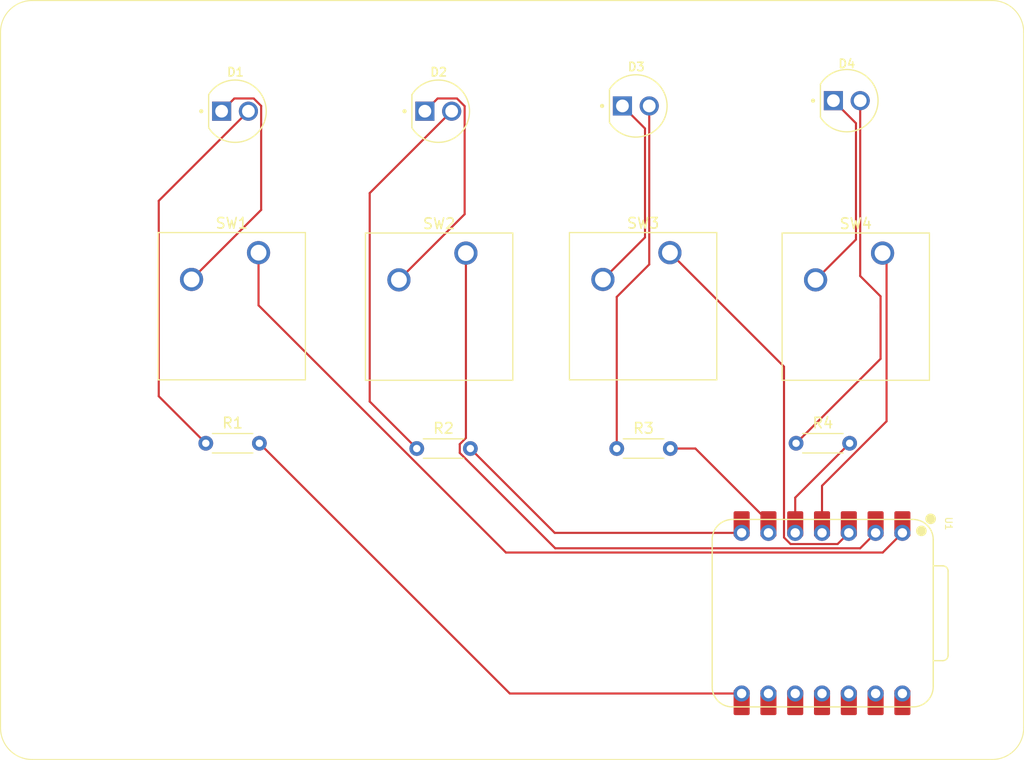
<source format=kicad_pcb>
(kicad_pcb (version 20241229) (generator "pcbnew") (generator_version "9.0")
  (layers (0 "F.Cu" signal) (2 "B.Cu" signal) (13 "F.Paste" user) (15 "B.Paste" user) (5 "F.SilkS" user "F.Silkscreen") (7 "B.SilkS" user "B.Silkscreen") (1 "F.Mask" user) (3 "B.Mask" user) (25 "Edge.Cuts" user))
  (net 0 "")
  (net 1 "GND")
  (net 2 "Net-(D1-PadA)")
  (net 3 "Net-(D2-PadA)")
  (net 4 "Net-(D3-PadA)")
  (net 5 "Net-(D4-PadA)")
  (net 6 "LED4")
  (net 7 "LED3")
  (net 8 "LED2")
  (net 9 "LED1")
  (net 10 "Button1")
  (net 11 "Button2")
  (net 12 "Button3")
  (net 13 "Button4")
  (footprint "Footprints:XIAO-RP2040-DIP" (layer "F.Cu") (at 222.88 106.12 -90)
    (property "Reference" "U1" (at -8.5 -12 270) (layer "F.SilkS") (effects (font (size 0.635 0.635) (thickness 0.1016))))
    (property "Value" "XIAO-RP2040-DIP")
    (fp_line (start -6.985 10.414) (end 6.985 10.414) (stroke (width 0.127)) (layer "F.SilkS"))
    (fp_line (start -8.89 8.509) (end -8.89 -8.636) (stroke (width 0.127)) (layer "F.SilkS"))
    (fp_line (start 8.89 8.509) (end 8.89 -8.636) (stroke (width 0.127)) (layer "F.SilkS"))
    (fp_line (start -4.495 -10.541) (end -4.491272 -11.451272) (stroke (width 0.127)) (layer "F.SilkS"))
    (fp_line (start 6.985 -10.541) (end -6.985 -10.541) (stroke (width 0.1)) (layer "F.SilkS"))
    (fp_line (start 6.985 -10.541) (end -6.985 -10.541) (stroke (width 0.127)) (layer "F.SilkS"))
    (fp_line (start 4.504 -11.451) (end 4.504 -10.541) (stroke (width 0.127)) (layer "F.SilkS"))
    (fp_line (start -3.991272 -11.951) (end 4.004 -11.951) (stroke (width 0.127)) (layer "F.SilkS"))
    (fp_arc (start -6.985 10.414) (mid -8.332038 9.856038) (end -8.89 8.509) (stroke (width 0.127)) (layer "F.SilkS"))
    (fp_arc (start 8.89 8.509) (mid 8.332038 9.856038) (end 6.985 10.414) (stroke (width 0.127)) (layer "F.SilkS"))
    (fp_arc (start -8.89 -8.636) (mid -8.332038 -9.983038) (end -6.985 -10.541) (stroke (width 0.127)) (layer "F.SilkS"))
    (fp_arc (start 6.985 -10.541) (mid 8.332038 -9.983038) (end 8.89 -8.636) (stroke (width 0.127)) (layer "F.SilkS"))
    (fp_arc (start -4.491272 -11.451272) (mid -4.344728 -11.80464) (end -3.991272 -11.951) (stroke (width 0.127)) (layer "F.SilkS"))
    (fp_arc (start 4.004 -11.951) (mid 4.357553 -11.804553) (end 4.504 -11.451) (stroke (width 0.127)) (layer "F.SilkS"))
    (fp_circle (center -7.807 -9.42) (end -7.807 -9.674) (stroke (width 0.5)) (fill yes) (layer "F.SilkS"))
    (fp_circle (center -8.95 -10.3) (end -8.95 -10.554) (stroke (width 0.5)) (fill yes) (layer "F.SilkS"))
    (pad "1" smd roundrect (at -8.455 -7.62 90) (size 2.432 1.524) (layers "F.Cu" "F.Mask") (roundrect_rratio 0.1) (net 10 "Button1"))
    (pad "1" thru_hole circle (at -7.62 -7.62 90) (size 1.524 1.524) (drill 0.889) (layers "*.Cu" "*.Mask") (net 10 "Button1"))
    (pad "2" smd roundrect (at -8.455 -5.08 90) (size 2.432 1.524) (layers "F.Cu" "F.Mask") (roundrect_rratio 0.1) (net 11 "Button2"))
    (pad "2" thru_hole circle (at -7.62 -5.08 90) (size 1.524 1.524) (drill 0.889) (layers "*.Cu" "*.Mask") (net 11 "Button2"))
    (pad "3" smd roundrect (at -8.455 -2.54 90) (size 2.432 1.524) (layers "F.Cu" "F.Mask") (roundrect_rratio 0.1) (net 12 "Button3"))
    (pad "3" thru_hole circle (at -7.62 -2.54 90) (size 1.524 1.524) (drill 0.889) (layers "*.Cu" "*.Mask") (net 12 "Button3"))
    (pad "4" smd roundrect (at -8.455 0 90) (size 2.432 1.524) (layers "F.Cu" "F.Mask") (roundrect_rratio 0.1) (net 13 "Button4"))
    (pad "4" thru_hole circle (at -7.62 0 90) (size 1.524 1.524) (drill 0.889) (layers "*.Cu" "*.Mask") (net 13 "Button4"))
    (pad "5" smd roundrect (at -8.455 2.54 90) (size 2.432 1.524) (layers "F.Cu" "F.Mask") (roundrect_rratio 0.1) (net 9 "LED1"))
    (pad "5" thru_hole circle (at -7.62 2.54 90) (size 1.524 1.524) (drill 0.889) (layers "*.Cu" "*.Mask") (net 9 "LED1"))
    (pad "6" smd roundrect (at -8.455 5.08 90) (size 2.432 1.524) (layers "F.Cu" "F.Mask") (roundrect_rratio 0.1) (net 8 "LED2"))
    (pad "6" thru_hole circle (at -7.62 5.08 90) (size 1.524 1.524) (drill 0.889) (layers "*.Cu" "*.Mask") (net 8 "LED2"))
    (pad "7" smd roundrect (at -8.455 7.62 90) (size 2.432 1.524) (layers "F.Cu" "F.Mask") (roundrect_rratio 0.1) (net 7 "LED3"))
    (pad "7" thru_hole circle (at -7.62 7.62 90) (size 1.524 1.524) (drill 0.889) (layers "*.Cu" "*.Mask") (net 7 "LED3"))
    (pad "8" thru_hole circle (at 7.62 7.62 270) (size 1.524 1.524) (drill 0.889) (layers "*.Cu" "*.Mask") (net 6 "LED4"))
    (pad "8" smd roundrect (at 8.455 7.62 270) (size 2.432 1.524) (layers "F.Cu" "F.Mask") (roundrect_rratio 0.1) (net 6 "LED4"))
    (pad "9" thru_hole circle (at 7.62 5.08 270) (size 1.524 1.524) (drill 0.889) (layers "*.Cu" "*.Mask"))
    (pad "9" smd roundrect (at 8.455 5.08 270) (size 2.432 1.524) (layers "F.Cu" "F.Mask") (roundrect_rratio 0.1))
    (pad "10" thru_hole circle (at 7.62 2.54 270) (size 1.524 1.524) (drill 0.889) (layers "*.Cu" "*.Mask"))
    (pad "10" smd roundrect (at 8.455 2.54 270) (size 2.432 1.524) (layers "F.Cu" "F.Mask") (roundrect_rratio 0.1))
    (pad "11" thru_hole circle (at 7.62 0 270) (size 1.524 1.524) (drill 0.889) (layers "*.Cu" "*.Mask"))
    (pad "11" smd roundrect (at 8.455 0 270) (size 2.432 1.524) (layers "F.Cu" "F.Mask") (roundrect_rratio 0.1))
    (pad "12" thru_hole circle (at 7.62 -2.54 270) (size 1.524 1.524) (drill 0.889) (layers "*.Cu" "*.Mask"))
    (pad "12" smd roundrect (at 8.455 -2.54 270) (size 2.432 1.524) (layers "F.Cu" "F.Mask") (roundrect_rratio 0.1))
    (pad "13" thru_hole circle (at 7.62 -5.08 270) (size 1.524 1.524) (drill 0.889) (layers "*.Cu" "*.Mask") (net 1 "GND"))
    (pad "13" smd roundrect (at 8.455 -5.08 270) (size 2.432 1.524) (layers "F.Cu" "F.Mask") (roundrect_rratio 0.1) (net 1 "GND"))
    (pad "14" thru_hole circle (at 7.62 -7.62 270) (size 1.524 1.524) (drill 0.889) (layers "*.Cu" "*.Mask"))
    (pad "14" smd roundrect (at 8.455 -7.62 270) (size 2.432 1.524) (layers "F.Cu" "F.Mask") (roundrect_rratio 0.1))
  )
  (footprint "Footprints:LEDRD254W57D500H1070" (layer "F.Cu") (at 205.23 58)
    (property "Reference" "D3" (at 0.04 -3.708 0) (layer "F.SilkS") (effects (font (size 0.8 0.8))))
    (property "Value" "L08R5000Q1")
    (fp_line (start -2.5 -1.566) (end -2.5 1.566) (stroke (width 0.127)) (layer "F.SilkS"))
    (fp_arc (start -2.5 -1.566) (mid 2.961291 0) (end -2.5 1.566) (stroke (width 0.127)) (layer "F.SilkS"))
    (fp_circle (center -3.2 0) (end -3.1 0) (stroke (width 0.2)) (fill no) (layer "F.SilkS"))
    (pad "A" thru_hole circle (at 1.27 0) (size 1.815 1.815) (drill 1.21) (layers "*.Cu" "*.Mask") (net 4 "Net-(D3-PadA)"))
    (pad "C" thru_hole rect (at -1.27 0) (size 1.815 1.815) (drill 1.21) (layers "*.Cu" "*.Mask") (net 1 "GND"))
  )
  (footprint "Resistor_THT:R_Axial_DIN0204_L3.6mm_D1.6mm_P5.08mm_Horizontal" (layer "F.Cu") (at 164.46 90)
    (property "Reference" "R1" (at 2.54 -1.92 0) (layer "F.SilkS"))
    (property "Value" "R")
    (fp_line (start 0.62 -0.92) (end 4.46 -0.92) (stroke (width 0.12)) (layer "F.SilkS"))
    (fp_line (start 0.62 0.92) (end 4.46 0.92) (stroke (width 0.12)) (layer "F.SilkS"))
    (pad "1" thru_hole circle (at 0 0) (size 1.4 1.4) (drill 0.7) (layers "*.Cu" "*.Mask") (net 2 "Net-(D1-PadA)"))
    (pad "2" thru_hole circle (at 5.08 0) (size 1.4 1.4) (drill 0.7) (layers "*.Cu" "*.Mask") (net 6 "LED4"))
  )
  (footprint "Button_Switch_Keyboard:SW_Cherry_MX_1.00u_PCB" (layer "F.Cu") (at 169.46 71.92)
    (property "Reference" "SW1" (at -2.54 -2.794 0) (layer "F.SilkS"))
    (property "Value" "SW_Push")
    (fp_line (start -9.525 -1.905) (end 4.445 -1.905) (stroke (width 0.12)) (layer "F.SilkS"))
    (fp_line (start -9.525 12.065) (end -9.525 -1.905) (stroke (width 0.12)) (layer "F.SilkS"))
    (fp_line (start 4.445 -1.905) (end 4.445 12.065) (stroke (width 0.12)) (layer "F.SilkS"))
    (fp_line (start 4.445 12.065) (end -9.525 12.065) (stroke (width 0.12)) (layer "F.SilkS"))
    (pad "" np_thru_hole circle (at -7.62 5.08) (size 1.7 1.7) (drill 1.7) (layers "*.Cu" "*.Mask"))
    (pad "" np_thru_hole circle (at -2.54 5.08) (size 4 4) (drill 4) (layers "*.Cu" "*.Mask"))
    (pad "" np_thru_hole circle (at 2.54 5.08) (size 1.7 1.7) (drill 1.7) (layers "*.Cu" "*.Mask"))
    (pad "1" thru_hole circle (at 0 0) (size 2.2 2.2) (drill 1.5) (layers "*.Cu" "*.Mask") (net 10 "Button1"))
    (pad "2" thru_hole circle (at -6.35 2.54) (size 2.2 2.2) (drill 1.5) (layers "*.Cu" "*.Mask") (net 1 "GND"))
  )
  (footprint "Button_Switch_Keyboard:SW_Cherry_MX_1.00u_PCB" (layer "F.Cu") (at 189.12 71.96)
    (property "Reference" "SW2" (at -2.54 -2.794 0) (layer "F.SilkS"))
    (property "Value" "SW_Push")
    (fp_line (start -9.525 -1.905) (end 4.445 -1.905) (stroke (width 0.12)) (layer "F.SilkS"))
    (fp_line (start -9.525 12.065) (end -9.525 -1.905) (stroke (width 0.12)) (layer "F.SilkS"))
    (fp_line (start 4.445 -1.905) (end 4.445 12.065) (stroke (width 0.12)) (layer "F.SilkS"))
    (fp_line (start 4.445 12.065) (end -9.525 12.065) (stroke (width 0.12)) (layer "F.SilkS"))
    (pad "" np_thru_hole circle (at -7.62 5.08) (size 1.7 1.7) (drill 1.7) (layers "*.Cu" "*.Mask"))
    (pad "" np_thru_hole circle (at -2.54 5.08) (size 4 4) (drill 4) (layers "*.Cu" "*.Mask"))
    (pad "" np_thru_hole circle (at 2.54 5.08) (size 1.7 1.7) (drill 1.7) (layers "*.Cu" "*.Mask"))
    (pad "1" thru_hole circle (at 0 0) (size 2.2 2.2) (drill 1.5) (layers "*.Cu" "*.Mask") (net 11 "Button2"))
    (pad "2" thru_hole circle (at -6.35 2.54) (size 2.2 2.2) (drill 1.5) (layers "*.Cu" "*.Mask") (net 1 "GND"))
  )
  (footprint "Footprints:LEDRD254W57D500H1070" (layer "F.Cu") (at 167.23 58.5)
    (property "Reference" "D1" (at 0.04 -3.708 0) (layer "F.SilkS") (effects (font (size 0.8 0.8))))
    (property "Value" "L08R5000Q1")
    (fp_line (start -2.5 -1.566) (end -2.5 1.566) (stroke (width 0.127)) (layer "F.SilkS"))
    (fp_arc (start -2.5 -1.566) (mid 2.961291 0) (end -2.5 1.566) (stroke (width 0.127)) (layer "F.SilkS"))
    (fp_circle (center -3.2 0) (end -3.1 0) (stroke (width 0.2)) (fill no) (layer "F.SilkS"))
    (pad "A" thru_hole circle (at 1.27 0) (size 1.815 1.815) (drill 1.21) (layers "*.Cu" "*.Mask") (net 2 "Net-(D1-PadA)"))
    (pad "C" thru_hole rect (at -1.27 0) (size 1.815 1.815) (drill 1.21) (layers "*.Cu" "*.Mask") (net 1 "GND"))
  )
  (footprint "Button_Switch_Keyboard:SW_Cherry_MX_1.00u_PCB" (layer "F.Cu") (at 228.62 71.96)
    (property "Reference" "SW4" (at -2.54 -2.794 0) (layer "F.SilkS"))
    (property "Value" "SW_Push")
    (fp_line (start -9.525 -1.905) (end 4.445 -1.905) (stroke (width 0.12)) (layer "F.SilkS"))
    (fp_line (start -9.525 12.065) (end -9.525 -1.905) (stroke (width 0.12)) (layer "F.SilkS"))
    (fp_line (start 4.445 -1.905) (end 4.445 12.065) (stroke (width 0.12)) (layer "F.SilkS"))
    (fp_line (start 4.445 12.065) (end -9.525 12.065) (stroke (width 0.12)) (layer "F.SilkS"))
    (pad "" np_thru_hole circle (at -7.62 5.08) (size 1.7 1.7) (drill 1.7) (layers "*.Cu" "*.Mask"))
    (pad "" np_thru_hole circle (at -2.54 5.08) (size 4 4) (drill 4) (layers "*.Cu" "*.Mask"))
    (pad "" np_thru_hole circle (at 2.54 5.08) (size 1.7 1.7) (drill 1.7) (layers "*.Cu" "*.Mask"))
    (pad "1" thru_hole circle (at 0 0) (size 2.2 2.2) (drill 1.5) (layers "*.Cu" "*.Mask") (net 13 "Button4"))
    (pad "2" thru_hole circle (at -6.35 2.54) (size 2.2 2.2) (drill 1.5) (layers "*.Cu" "*.Mask") (net 1 "GND"))
  )
  (footprint "Button_Switch_Keyboard:SW_Cherry_MX_1.00u_PCB" (layer "F.Cu") (at 208.46 71.92)
    (property "Reference" "SW3" (at -2.54 -2.794 0) (layer "F.SilkS"))
    (property "Value" "SW_Push")
    (fp_line (start -9.525 -1.905) (end 4.445 -1.905) (stroke (width 0.12)) (layer "F.SilkS"))
    (fp_line (start -9.525 12.065) (end -9.525 -1.905) (stroke (width 0.12)) (layer "F.SilkS"))
    (fp_line (start 4.445 -1.905) (end 4.445 12.065) (stroke (width 0.12)) (layer "F.SilkS"))
    (fp_line (start 4.445 12.065) (end -9.525 12.065) (stroke (width 0.12)) (layer "F.SilkS"))
    (pad "" np_thru_hole circle (at -7.62 5.08) (size 1.7 1.7) (drill 1.7) (layers "*.Cu" "*.Mask"))
    (pad "" np_thru_hole circle (at -2.54 5.08) (size 4 4) (drill 4) (layers "*.Cu" "*.Mask"))
    (pad "" np_thru_hole circle (at 2.54 5.08) (size 1.7 1.7) (drill 1.7) (layers "*.Cu" "*.Mask"))
    (pad "1" thru_hole circle (at 0 0) (size 2.2 2.2) (drill 1.5) (layers "*.Cu" "*.Mask") (net 12 "Button3"))
    (pad "2" thru_hole circle (at -6.35 2.54) (size 2.2 2.2) (drill 1.5) (layers "*.Cu" "*.Mask") (net 1 "GND"))
  )
  (footprint "Footprints:LEDRD254W57D500H1070" (layer "F.Cu") (at 225.23 57.5)
    (property "Reference" "D4" (at 0 -3.5 0) (layer "F.SilkS") (effects (font (size 0.8 0.8))))
    (property "Value" "L08R5000Q1")
    (fp_line (start -2.5 -1.566) (end -2.5 1.566) (stroke (width 0.127)) (layer "F.SilkS"))
    (fp_arc (start -2.5 -1.566) (mid 2.961291 0) (end -2.5 1.566) (stroke (width 0.127)) (layer "F.SilkS"))
    (fp_circle (center -3.2 0) (end -3.1 0) (stroke (width 0.2)) (fill no) (layer "F.SilkS"))
    (pad "A" thru_hole circle (at 1.27 0) (size 1.815 1.815) (drill 1.21) (layers "*.Cu" "*.Mask") (net 5 "Net-(D4-PadA)"))
    (pad "C" thru_hole rect (at -1.27 0) (size 1.815 1.815) (drill 1.21) (layers "*.Cu" "*.Mask") (net 1 "GND"))
  )
  (footprint "Resistor_THT:R_Axial_DIN0204_L3.6mm_D1.6mm_P5.08mm_Horizontal" (layer "F.Cu") (at 184.46 90.5)
    (property "Reference" "R2" (at 2.54 -1.92 0) (layer "F.SilkS"))
    (property "Value" "R")
    (fp_line (start 0.62 -0.92) (end 4.46 -0.92) (stroke (width 0.12)) (layer "F.SilkS"))
    (fp_line (start 0.62 0.92) (end 4.46 0.92) (stroke (width 0.12)) (layer "F.SilkS"))
    (pad "1" thru_hole circle (at 0 0) (size 1.4 1.4) (drill 0.7) (layers "*.Cu" "*.Mask") (net 3 "Net-(D2-PadA)"))
    (pad "2" thru_hole circle (at 5.08 0) (size 1.4 1.4) (drill 0.7) (layers "*.Cu" "*.Mask") (net 7 "LED3"))
  )
  (footprint "Resistor_THT:R_Axial_DIN0204_L3.6mm_D1.6mm_P5.08mm_Horizontal" (layer "F.Cu") (at 203.42 90.5)
    (property "Reference" "R3" (at 2.54 -1.92 0) (layer "F.SilkS"))
    (property "Value" "R")
    (fp_line (start 0.62 -0.92) (end 4.46 -0.92) (stroke (width 0.12)) (layer "F.SilkS"))
    (fp_line (start 0.62 0.92) (end 4.46 0.92) (stroke (width 0.12)) (layer "F.SilkS"))
    (pad "1" thru_hole circle (at 0 0) (size 1.4 1.4) (drill 0.7) (layers "*.Cu" "*.Mask") (net 4 "Net-(D3-PadA)"))
    (pad "2" thru_hole circle (at 5.08 0) (size 1.4 1.4) (drill 0.7) (layers "*.Cu" "*.Mask") (net 8 "LED2"))
  )
  (footprint "Resistor_THT:R_Axial_DIN0204_L3.6mm_D1.6mm_P5.08mm_Horizontal" (layer "F.Cu") (at 220.42 90)
    (property "Reference" "R4" (at 2.54 -1.92 0) (layer "F.SilkS"))
    (property "Value" "R")
    (fp_line (start 0.62 -0.92) (end 4.46 -0.92) (stroke (width 0.12)) (layer "F.SilkS"))
    (fp_line (start 0.62 0.92) (end 4.46 0.92) (stroke (width 0.12)) (layer "F.SilkS"))
    (pad "1" thru_hole circle (at 0 0) (size 1.4 1.4) (drill 0.7) (layers "*.Cu" "*.Mask") (net 5 "Net-(D4-PadA)"))
    (pad "2" thru_hole circle (at 5.08 0) (size 1.4 1.4) (drill 0.7) (layers "*.Cu" "*.Mask") (net 9 "LED1"))
  )
  (footprint "Footprints:LEDRD254W57D500H1070" (layer "F.Cu") (at 186.5 58.5)
    (property "Reference" "D2" (at 0.04 -3.708 0) (layer "F.SilkS") (effects (font (size 0.8 0.8))))
    (property "Value" "L08R5000Q1")
    (fp_line (start -2.5 -1.566) (end -2.5 1.566) (stroke (width 0.127)) (layer "F.SilkS"))
    (fp_arc (start -2.5 -1.566) (mid 2.961291 0) (end -2.5 1.566) (stroke (width 0.127)) (layer "F.SilkS"))
    (fp_circle (center -3.2 0) (end -3.1 0) (stroke (width 0.2)) (fill no) (layer "F.SilkS"))
    (pad "A" thru_hole circle (at 1.27 0) (size 1.815 1.815) (drill 1.21) (layers "*.Cu" "*.Mask") (net 3 "Net-(D2-PadA)"))
    (pad "C" thru_hole rect (at -1.27 0) (size 1.815 1.815) (drill 1.21) (layers "*.Cu" "*.Mask") (net 1 "GND"))
  )
  (gr_arc (start 242 117) (mid 241.12132 119.12132) (end 239 120) (stroke (width 0.1)) (layer "F.SilkS"))
  (gr_arc (start 145 51) (mid 145.87868 48.87868) (end 148 48) (stroke (width 0.1)) (layer "F.SilkS"))
  (gr_line (start 239 120) (end 148 120) (stroke (width 0.1)) (layer "F.SilkS"))
  (gr_line (start 145 117) (end 145 51) (stroke (width 0.1)) (layer "F.SilkS"))
  (gr_arc (start 148 120) (mid 145.87868 119.12132) (end 145 117) (stroke (width 0.1)) (layer "F.SilkS"))
  (gr_line (start 242 51) (end 242 117) (stroke (width 0.1)) (layer "F.SilkS"))
  (gr_arc (start 239 48) (mid 241.12132 48.87868) (end 242 51) (stroke (width 0.1)) (layer "F.SilkS"))
  (gr_line (start 148 48) (end 239 48) (stroke (width 0.1)) (layer "F.SilkS"))
  (segment (start 206.099 60.139) (end 206.099 70.471) (width 0.2) (layer "F.Cu") (net 1))
  (segment (start 226.099 70.671) (end 222.27 74.5) (width 0.2) (layer "F.Cu") (net 1))
  (segment (start 223.96 57.5) (end 226.099 59.639) (width 0.2) (layer "F.Cu") (net 1))
  (segment (start 206.099 70.471) (end 202.11 74.46) (width 0.2) (layer "F.Cu") (net 1))
  (segment (start 165.96 58.5) (end 167.1685 57.2915) (width 0.2) (layer "F.Cu") (net 1))
  (segment (start 189 68.27) (end 182.77 74.5) (width 0.2) (layer "F.Cu") (net 1))
  (segment (start 169.7085 57.999422) (end 169.7085 67.8615) (width 0.2) (layer "F.Cu") (net 1))
  (segment (start 169.7085 67.8615) (end 163.11 74.46) (width 0.2) (layer "F.Cu") (net 1))
  (segment (start 188.270578 57.2915) (end 189 58.020922) (width 0.2) (layer "F.Cu") (net 1))
  (segment (start 169.000578 57.2915) (end 169.7085 57.999422) (width 0.2) (layer "F.Cu") (net 1))
  (segment (start 203.96 58) (end 206.099 60.139) (width 0.2) (layer "F.Cu") (net 1))
  (segment (start 186.4385 57.2915) (end 188.270578 57.2915) (width 0.2) (layer "F.Cu") (net 1))
  (segment (start 167.1685 57.2915) (end 169.000578 57.2915) (width 0.2) (layer "F.Cu") (net 1))
  (segment (start 226.099 59.639) (end 226.099 70.671) (width 0.2) (layer "F.Cu") (net 1))
  (segment (start 185.23 58.5) (end 185.23 58.77) (width 0.2) (layer "F.Cu") (net 1))
  (segment (start 185.23 58.5) (end 186.4385 57.2915) (width 0.2) (layer "F.Cu") (net 1))
  (segment (start 189 58.020922) (end 189 68.27) (width 0.2) (layer "F.Cu") (net 1))
  (segment (start 185.23 58.77) (end 185 59) (width 0.2) (layer "F.Cu") (net 1))
  (segment (start 160 85.54) (end 164.46 90) (width 0.2) (layer "F.Cu") (net 2))
  (segment (start 160 67) (end 160 85.54) (width 0.2) (layer "F.Cu") (net 2))
  (segment (start 168.5 58.5) (end 160 67) (width 0.2) (layer "F.Cu") (net 2))
  (segment (start 180 86.04) (end 184.46 90.5) (width 0.2) (layer "F.Cu") (net 3))
  (segment (start 180 66.27) (end 180 86.04) (width 0.2) (layer "F.Cu") (net 3))
  (segment (start 187.77 58.5) (end 180 66.27) (width 0.2) (layer "F.Cu") (net 3))
  (segment (start 206.5 73.03847) (end 203.42 76.11847) (width 0.2) (layer "F.Cu") (net 4))
  (segment (start 203.42 76.11847) (end 203.42 90.5) (width 0.2) (layer "F.Cu") (net 4))
  (segment (start 206.5 58) (end 206.5 73.03847) (width 0.2) (layer "F.Cu") (net 4))
  (segment (start 228.431 76.066184) (end 228.431 81.989) (width 0.2) (layer "F.Cu") (net 5))
  (segment (start 228.431 81.989) (end 220.42 90) (width 0.2) (layer "F.Cu") (net 5))
  (segment (start 226.5 74.135184) (end 228.431 76.066184) (width 0.2) (layer "F.Cu") (net 5))
  (segment (start 226.5 57.5) (end 226.5 74.135184) (width 0.2) (layer "F.Cu") (net 5))
  (segment (start 193.28 113.74) (end 215.26 113.74) (width 0.2) (layer "F.Cu") (net 6))
  (segment (start 169.54 90) (end 193.28 113.74) (width 0.2) (layer "F.Cu") (net 6))
  (segment (start 189.54 90.5) (end 197.54 98.5) (width 0.2) (layer "F.Cu") (net 7))
  (segment (start 197.54 98.5) (end 215.26 98.5) (width 0.2) (layer "F.Cu") (net 7))
  (segment (start 217.8 97.42237) (end 217.8 98.5) (width 0.2) (layer "F.Cu") (net 8))
  (segment (start 210.87763 90.5) (end 217.8 97.42237) (width 0.2) (layer "F.Cu") (net 8))
  (segment (start 208.5 90.5) (end 210.87763 90.5) (width 0.2) (layer "F.Cu") (net 8))
  (segment (start 220.34 95.16) (end 220.34 98.5) (width 0.2) (layer "F.Cu") (net 9))
  (segment (start 225.5 90) (end 220.34 95.16) (width 0.2) (layer "F.Cu") (net 9))
  (segment (start 169.46 76.915628) (end 192.909372 100.365) (width 0.2) (layer "F.Cu") (net 10))
  (segment (start 192.909372 100.365) (end 228.635 100.365) (width 0.2) (layer "F.Cu") (net 10))
  (segment (start 169.46 71.92) (end 169.46 76.915628) (width 0.2) (layer "F.Cu") (net 10))
  (segment (start 228.635 100.365) (end 230.5 98.5) (width 0.2) (layer "F.Cu") (net 10))
  (segment (start 189.12 71.96) (end 189.12 89.504372) (width 0.2) (layer "F.Cu") (net 11))
  (segment (start 189.12 89.504372) (end 188.539 90.085372) (width 0.2) (layer "F.Cu") (net 11))
  (segment (start 197.588372 99.964) (end 226.496 99.964) (width 0.2) (layer "F.Cu") (net 11))
  (segment (start 226.496 99.964) (end 227.96 98.5) (width 0.2) (layer "F.Cu") (net 11))
  (segment (start 188.539 90.914628) (end 197.588372 99.964) (width 0.2) (layer "F.Cu") (net 11))
  (segment (start 188.539 90.085372) (end 188.539 90.914628) (width 0.2) (layer "F.Cu") (net 11))
  (segment (start 219.277 82.737) (end 219.277 98.94031) (width 0.2) (layer "F.Cu") (net 12))
  (segment (start 219.89969 99.563) (end 224.357 99.563) (width 0.2) (layer "F.Cu") (net 12))
  (segment (start 208.46 71.92) (end 219.277 82.737) (width 0.2) (layer "F.Cu") (net 12))
  (segment (start 219.277 98.94031) (end 219.89969 99.563) (width 0.2) (layer "F.Cu") (net 12))
  (segment (start 224.357 99.563) (end 225.42 98.5) (width 0.2) (layer "F.Cu") (net 12))
  (segment (start 229 87.915628) (end 222.88 94.035628) (width 0.2) (layer "F.Cu") (net 13))
  (segment (start 228.62 71.96) (end 229 72.34) (width 0.2) (layer "F.Cu") (net 13))
  (segment (start 222.88 94.035628) (end 222.88 98.5) (width 0.2) (layer "F.Cu") (net 13))
  (segment (start 229 72.34) (end 229 87.915628) (width 0.2) (layer "F.Cu") (net 13))
)
</source>
